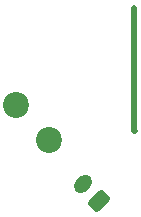
<source format=gbr>
%TF.GenerationSoftware,KiCad,Pcbnew,7.0.9*%
%TF.CreationDate,2023-12-20T17:33:42-07:00*%
%TF.ProjectId,vb_controller_shoulder_left_pcb,76625f63-6f6e-4747-926f-6c6c65725f73,4a*%
%TF.SameCoordinates,Original*%
%TF.FileFunction,Copper,L2,Bot*%
%TF.FilePolarity,Positive*%
%FSLAX46Y46*%
G04 Gerber Fmt 4.6, Leading zero omitted, Abs format (unit mm)*
G04 Created by KiCad (PCBNEW 7.0.9) date 2023-12-20 17:33:42*
%MOMM*%
%LPD*%
G01*
G04 APERTURE LIST*
G04 Aperture macros list*
%AMRoundRect*
0 Rectangle with rounded corners*
0 $1 Rounding radius*
0 $2 $3 $4 $5 $6 $7 $8 $9 X,Y pos of 4 corners*
0 Add a 4 corners polygon primitive as box body*
4,1,4,$2,$3,$4,$5,$6,$7,$8,$9,$2,$3,0*
0 Add four circle primitives for the rounded corners*
1,1,$1+$1,$2,$3*
1,1,$1+$1,$4,$5*
1,1,$1+$1,$6,$7*
1,1,$1+$1,$8,$9*
0 Add four rect primitives between the rounded corners*
20,1,$1+$1,$2,$3,$4,$5,0*
20,1,$1+$1,$4,$5,$6,$7,0*
20,1,$1+$1,$6,$7,$8,$9,0*
20,1,$1+$1,$8,$9,$2,$3,0*%
%AMHorizOval*
0 Thick line with rounded ends*
0 $1 width*
0 $2 $3 position (X,Y) of the first rounded end (center of the circle)*
0 $4 $5 position (X,Y) of the second rounded end (center of the circle)*
0 Add line between two ends*
20,1,$1,$2,$3,$4,$5,0*
0 Add two circle primitives to create the rounded ends*
1,1,$1,$2,$3*
1,1,$1,$4,$5*%
G04 Aperture macros list end*
%TA.AperFunction,ComponentPad*%
%ADD10C,2.200000*%
%TD*%
%TA.AperFunction,ComponentPad*%
%ADD11RoundRect,0.250000X0.689429X0.194454X0.194454X0.689429X-0.689429X-0.194454X-0.194454X-0.689429X0*%
%TD*%
%TA.AperFunction,ComponentPad*%
%ADD12HorizOval,1.200000X0.194454X0.194454X-0.194454X-0.194454X0*%
%TD*%
%TA.AperFunction,ViaPad*%
%ADD13C,0.508000*%
%TD*%
%TA.AperFunction,Conductor*%
%ADD14C,0.500000*%
%TD*%
G04 APERTURE END LIST*
D10*
%TO.P,JW8,1,1*%
%TO.N,Net-(J1-Pin_1)*%
X140900000Y-113000000D03*
%TD*%
%TO.P,JW5,1,1*%
%TO.N,Net-(J1-Pin_2)*%
X143650000Y-116000000D03*
%TD*%
D11*
%TO.P,J1,1,Pin_1*%
%TO.N,Net-(J1-Pin_1)*%
X147914214Y-121114214D03*
D12*
%TO.P,J1,2,Pin_2*%
%TO.N,Net-(J1-Pin_2)*%
X146500000Y-119700000D03*
%TD*%
D13*
%TO.N,Net-(J1-Pin_2)*%
X150950000Y-115250000D03*
X150900000Y-104800000D03*
%TD*%
D14*
%TO.N,Net-(J1-Pin_2)*%
X150900000Y-115200000D02*
X150950000Y-115250000D01*
X150900000Y-104800000D02*
X150900000Y-115200000D01*
%TD*%
M02*

</source>
